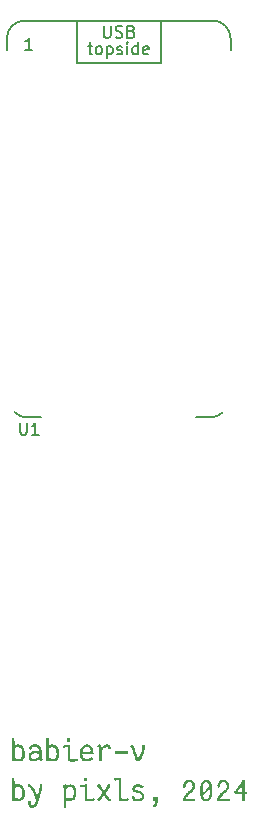
<source format=gbr>
%TF.GenerationSoftware,KiCad,Pcbnew,8.0.4*%
%TF.CreationDate,2024-12-12T17:25:20-05:00*%
%TF.ProjectId,babier-v,62616269-6572-42d7-962e-6b696361645f,rev?*%
%TF.SameCoordinates,Original*%
%TF.FileFunction,Legend,Top*%
%TF.FilePolarity,Positive*%
%FSLAX46Y46*%
G04 Gerber Fmt 4.6, Leading zero omitted, Abs format (unit mm)*
G04 Created by KiCad (PCBNEW 8.0.4) date 2024-12-12 17:25:20*
%MOMM*%
%LPD*%
G01*
G04 APERTURE LIST*
%ADD10C,0.100000*%
%ADD11C,0.150000*%
G04 APERTURE END LIST*
D10*
G36*
X126019803Y-89375478D02*
G01*
X126025813Y-89473812D01*
X126028733Y-89578947D01*
X126029038Y-89627857D01*
X126029038Y-89904340D01*
X126097915Y-89854514D01*
X126173630Y-89822274D01*
X126271479Y-89806071D01*
X126291355Y-89805666D01*
X126400826Y-89812569D01*
X126499530Y-89833280D01*
X126614385Y-89882373D01*
X126710098Y-89956012D01*
X126786668Y-90054198D01*
X126831533Y-90143946D01*
X126865631Y-90247501D01*
X126888961Y-90364863D01*
X126901523Y-90496033D01*
X126903916Y-90591151D01*
X126899726Y-90695313D01*
X126885729Y-90799318D01*
X126874118Y-90851513D01*
X126842395Y-90948192D01*
X126794918Y-91040570D01*
X126783749Y-91057654D01*
X126717381Y-91132444D01*
X126632766Y-91189202D01*
X126620106Y-91195407D01*
X126523762Y-91228466D01*
X126421741Y-91242587D01*
X126379282Y-91243768D01*
X126278441Y-91235921D01*
X126175577Y-91208337D01*
X126083918Y-91160891D01*
X126029038Y-91118227D01*
X126018595Y-91218591D01*
X126013895Y-91251095D01*
X125787238Y-91224717D01*
X125800891Y-91117374D01*
X125809487Y-91013943D01*
X125813026Y-90914423D01*
X125813127Y-90894989D01*
X125813127Y-90861283D01*
X125813066Y-90760075D01*
X125812940Y-90662250D01*
X125812746Y-90545637D01*
X125812531Y-90434109D01*
X125812325Y-90335492D01*
X125812151Y-90256049D01*
X125812080Y-90190592D01*
X126029038Y-90190592D01*
X126029038Y-90805596D01*
X126086283Y-90891211D01*
X126153974Y-90965965D01*
X126175584Y-90982916D01*
X126267377Y-91020269D01*
X126370920Y-91030741D01*
X126379282Y-91030788D01*
X126483045Y-91016704D01*
X126570171Y-90969214D01*
X126617663Y-90911597D01*
X126657990Y-90816782D01*
X126678533Y-90720057D01*
X126687387Y-90619613D01*
X126688494Y-90564284D01*
X126682586Y-90436400D01*
X126664863Y-90325567D01*
X126635325Y-90231785D01*
X126581787Y-90138537D01*
X126509788Y-90071930D01*
X126419328Y-90031967D01*
X126310406Y-90018645D01*
X126264488Y-90024507D01*
X126224432Y-90035254D01*
X126183888Y-90055282D01*
X126150183Y-90076287D01*
X126115012Y-90105596D01*
X126085703Y-90132463D01*
X126054928Y-90163726D01*
X126029038Y-90190592D01*
X125812080Y-90190592D01*
X125812036Y-90150552D01*
X125811937Y-90052412D01*
X125811834Y-89940084D01*
X125811756Y-89839253D01*
X125811693Y-89733431D01*
X125811663Y-89630896D01*
X125811662Y-89618087D01*
X125809238Y-89514419D01*
X125802826Y-89406953D01*
X125793630Y-89299465D01*
X125791146Y-89274193D01*
X126009499Y-89274193D01*
X126019803Y-89375478D01*
G37*
G36*
X127874144Y-89812655D02*
G01*
X127981099Y-89837758D01*
X128075781Y-89881119D01*
X128158190Y-89942737D01*
X128167629Y-89951723D01*
X128233238Y-90030400D01*
X128280102Y-90120373D01*
X128308221Y-90221642D01*
X128317447Y-90319519D01*
X128317594Y-90334207D01*
X128317594Y-90793384D01*
X128319672Y-90897445D01*
X128335179Y-90995128D01*
X128360580Y-91020530D01*
X128404544Y-91054235D01*
X128444111Y-91084033D01*
X128329806Y-91249629D01*
X128287796Y-91218855D01*
X128241878Y-91183195D01*
X128206219Y-91145582D01*
X128171048Y-91089895D01*
X128151509Y-91017599D01*
X128079321Y-91083787D01*
X128061139Y-91098687D01*
X127979453Y-91154476D01*
X127956114Y-91168541D01*
X127864331Y-91209914D01*
X127810545Y-91225205D01*
X127708914Y-91240704D01*
X127633225Y-91243768D01*
X127529288Y-91231508D01*
X127435465Y-91194728D01*
X127351754Y-91133429D01*
X127336226Y-91118227D01*
X127271826Y-91034993D01*
X127231278Y-90942219D01*
X127214582Y-90839904D01*
X127214104Y-90818296D01*
X127215214Y-90808527D01*
X127428550Y-90808527D01*
X127443853Y-90907018D01*
X127482772Y-90972169D01*
X127566959Y-91022545D01*
X127633225Y-91030788D01*
X127732105Y-91021629D01*
X127789052Y-91007340D01*
X127883059Y-90970354D01*
X127912151Y-90954095D01*
X127990976Y-90893946D01*
X128004963Y-90880823D01*
X128067489Y-90814389D01*
X128101683Y-90764075D01*
X128101683Y-90636091D01*
X128008861Y-90590754D01*
X127908693Y-90562208D01*
X127801178Y-90550454D01*
X127778794Y-90550118D01*
X127675662Y-90560147D01*
X127577580Y-90593647D01*
X127530643Y-90621437D01*
X127460853Y-90692349D01*
X127429447Y-90787210D01*
X127428550Y-90808527D01*
X127215214Y-90808527D01*
X127225298Y-90719810D01*
X127245856Y-90651234D01*
X127290232Y-90562792D01*
X127336714Y-90504689D01*
X127413185Y-90437601D01*
X127499685Y-90386631D01*
X127531620Y-90373774D01*
X127627604Y-90348730D01*
X127727113Y-90338032D01*
X127768047Y-90337138D01*
X127871331Y-90341840D01*
X127971688Y-90358369D01*
X128071572Y-90394734D01*
X128101683Y-90412365D01*
X128095539Y-90306835D01*
X128074302Y-90209519D01*
X128028792Y-90120447D01*
X128024014Y-90114389D01*
X127945187Y-90052399D01*
X127844517Y-90023227D01*
X127773421Y-90018645D01*
X127672693Y-90025309D01*
X127573639Y-90052378D01*
X127547252Y-90066028D01*
X127472984Y-90132239D01*
X127412797Y-90216583D01*
X127387517Y-90259957D01*
X127208731Y-90146140D01*
X127258740Y-90060686D01*
X127321277Y-89980388D01*
X127398556Y-89910836D01*
X127440273Y-89883823D01*
X127531292Y-89842607D01*
X127633378Y-89816657D01*
X127734718Y-89806353D01*
X127770490Y-89805666D01*
X127874144Y-89812655D01*
G37*
G36*
X128915546Y-89375478D02*
G01*
X128921557Y-89473812D01*
X128924476Y-89578947D01*
X128924781Y-89627857D01*
X128924781Y-89904340D01*
X128993658Y-89854514D01*
X129069373Y-89822274D01*
X129167222Y-89806071D01*
X129187098Y-89805666D01*
X129296570Y-89812569D01*
X129395273Y-89833280D01*
X129510128Y-89882373D01*
X129605841Y-89956012D01*
X129682411Y-90054198D01*
X129727277Y-90143946D01*
X129761374Y-90247501D01*
X129784704Y-90364863D01*
X129797266Y-90496033D01*
X129799659Y-90591151D01*
X129795469Y-90695313D01*
X129781472Y-90799318D01*
X129769862Y-90851513D01*
X129738139Y-90948192D01*
X129690662Y-91040570D01*
X129679492Y-91057654D01*
X129613124Y-91132444D01*
X129528510Y-91189202D01*
X129515849Y-91195407D01*
X129419505Y-91228466D01*
X129317484Y-91242587D01*
X129275026Y-91243768D01*
X129174184Y-91235921D01*
X129071320Y-91208337D01*
X128979662Y-91160891D01*
X128924781Y-91118227D01*
X128914338Y-91218591D01*
X128909638Y-91251095D01*
X128682981Y-91224717D01*
X128696634Y-91117374D01*
X128705230Y-91013943D01*
X128708770Y-90914423D01*
X128708871Y-90894989D01*
X128708871Y-90861283D01*
X128708810Y-90760075D01*
X128708684Y-90662250D01*
X128708489Y-90545637D01*
X128708274Y-90434109D01*
X128708068Y-90335492D01*
X128707894Y-90256049D01*
X128707823Y-90190592D01*
X128924781Y-90190592D01*
X128924781Y-90805596D01*
X128982026Y-90891211D01*
X129049717Y-90965965D01*
X129071327Y-90982916D01*
X129163120Y-91020269D01*
X129266664Y-91030741D01*
X129275026Y-91030788D01*
X129378788Y-91016704D01*
X129465914Y-90969214D01*
X129513407Y-90911597D01*
X129553733Y-90816782D01*
X129574277Y-90720057D01*
X129583130Y-90619613D01*
X129584237Y-90564284D01*
X129578329Y-90436400D01*
X129560607Y-90325567D01*
X129531068Y-90231785D01*
X129477531Y-90138537D01*
X129405531Y-90071930D01*
X129315071Y-90031967D01*
X129206149Y-90018645D01*
X129160231Y-90024507D01*
X129120176Y-90035254D01*
X129079631Y-90055282D01*
X129045926Y-90076287D01*
X129010755Y-90105596D01*
X128981446Y-90132463D01*
X128950671Y-90163726D01*
X128924781Y-90190592D01*
X128707823Y-90190592D01*
X128707779Y-90150552D01*
X128707680Y-90052412D01*
X128707577Y-89940084D01*
X128707499Y-89839253D01*
X128707436Y-89733431D01*
X128707406Y-89630896D01*
X128707405Y-89618087D01*
X128704981Y-89514419D01*
X128698570Y-89406953D01*
X128689373Y-89299465D01*
X128686889Y-89274193D01*
X128905242Y-89274193D01*
X128915546Y-89375478D01*
G37*
G36*
X130432737Y-89274193D02*
G01*
X130755626Y-89274193D01*
X130755626Y-89586824D01*
X130432737Y-89586824D01*
X130432737Y-89274193D01*
G37*
G36*
X130575863Y-89842791D02*
G01*
X130735109Y-89842791D01*
X130736575Y-90944326D01*
X130771837Y-91036596D01*
X130781515Y-91042511D01*
X130880617Y-91060830D01*
X130930015Y-91062051D01*
X131031302Y-91056577D01*
X131133662Y-91040155D01*
X131147391Y-91037138D01*
X131240771Y-91008065D01*
X131323246Y-90962400D01*
X131416547Y-91125554D01*
X131334201Y-91183270D01*
X131241160Y-91224640D01*
X131201125Y-91237417D01*
X131101382Y-91260338D01*
X130999991Y-91272680D01*
X130931481Y-91275031D01*
X130824453Y-91269879D01*
X130726777Y-91252310D01*
X130650113Y-91222274D01*
X130572123Y-91152367D01*
X130532253Y-91059441D01*
X130522130Y-90962888D01*
X130522130Y-90055770D01*
X130418081Y-90059287D01*
X130317509Y-90069835D01*
X130220416Y-90087416D01*
X130167977Y-90100222D01*
X130127922Y-89902386D01*
X130234340Y-89879165D01*
X130336038Y-89861647D01*
X130446481Y-89848610D01*
X130550758Y-89843023D01*
X130575863Y-89842791D01*
G37*
G36*
X132252224Y-89813481D02*
G01*
X132344181Y-89836929D01*
X132433122Y-89877509D01*
X132489261Y-89916552D01*
X132559025Y-89988429D01*
X132590867Y-90033300D01*
X132639733Y-90122438D01*
X132658278Y-90168122D01*
X132686131Y-90263184D01*
X132695891Y-90309294D01*
X132711405Y-90405825D01*
X132714453Y-90437278D01*
X132718845Y-90537172D01*
X132718850Y-90540348D01*
X132717384Y-90601409D01*
X132604766Y-90609004D01*
X132497171Y-90615852D01*
X132394599Y-90621952D01*
X132265650Y-90628925D01*
X132145631Y-90634569D01*
X132034543Y-90638885D01*
X131932384Y-90641873D01*
X131817244Y-90643741D01*
X131775095Y-90643907D01*
X131784827Y-90743675D01*
X131818012Y-90839865D01*
X131874746Y-90921855D01*
X131954974Y-90983875D01*
X132048244Y-91017916D01*
X132148747Y-91030362D01*
X132173211Y-91030788D01*
X132273601Y-91021920D01*
X132372605Y-90989648D01*
X132395961Y-90977054D01*
X132477171Y-90919047D01*
X132539087Y-90852490D01*
X132707615Y-90998059D01*
X132660231Y-91049350D01*
X132588913Y-91109922D01*
X132505383Y-91164829D01*
X132482423Y-91176356D01*
X132390380Y-91209952D01*
X132345158Y-91222274D01*
X132247219Y-91239654D01*
X132167838Y-91243768D01*
X132061077Y-91236812D01*
X131964277Y-91215947D01*
X131863932Y-91174022D01*
X131777145Y-91113164D01*
X131713546Y-91045931D01*
X131652828Y-90952502D01*
X131612654Y-90861815D01*
X131583437Y-90761340D01*
X131565176Y-90651075D01*
X131558328Y-90551711D01*
X131557719Y-90510062D01*
X131561555Y-90430927D01*
X131775095Y-90430927D01*
X131882280Y-90430370D01*
X131984747Y-90428699D01*
X132082498Y-90425913D01*
X132198053Y-90420863D01*
X132306238Y-90414073D01*
X132407052Y-90405541D01*
X132500497Y-90395268D01*
X132482388Y-90294623D01*
X132444618Y-90199671D01*
X132388145Y-90121227D01*
X132310178Y-90058716D01*
X132210985Y-90023554D01*
X132151229Y-90018645D01*
X132052034Y-90030428D01*
X131957796Y-90070608D01*
X131879143Y-90139301D01*
X131820566Y-90228198D01*
X131785886Y-90328985D01*
X131775095Y-90430927D01*
X131561555Y-90430927D01*
X131563180Y-90397411D01*
X131579564Y-90292831D01*
X131606869Y-90196323D01*
X131652530Y-90093931D01*
X131713058Y-90002525D01*
X131787072Y-89925819D01*
X131873195Y-89867953D01*
X131971426Y-89828927D01*
X132081765Y-89808742D01*
X132150252Y-89805666D01*
X132252224Y-89813481D01*
G37*
G36*
X133407126Y-90004968D02*
G01*
X133479781Y-89931443D01*
X133564536Y-89872721D01*
X133612779Y-89850118D01*
X133713087Y-89821337D01*
X133811440Y-89808444D01*
X133890727Y-89805666D01*
X133991178Y-89817903D01*
X134079679Y-89863918D01*
X134117873Y-89909225D01*
X134156868Y-90000747D01*
X134175615Y-90098740D01*
X134181802Y-90203819D01*
X134181864Y-90216482D01*
X133967419Y-90216482D01*
X133965954Y-90171053D01*
X133964000Y-90127578D01*
X133960092Y-90091918D01*
X133948857Y-90060167D01*
X133928829Y-90039162D01*
X133897077Y-90023042D01*
X133852137Y-90018645D01*
X133753936Y-90029865D01*
X133740762Y-90033300D01*
X133650022Y-90071154D01*
X133627433Y-90084102D01*
X133548764Y-90150069D01*
X133508731Y-90198897D01*
X133453044Y-90285969D01*
X133407523Y-90377585D01*
X133401264Y-90391848D01*
X133401264Y-91243768D01*
X133187308Y-91243768D01*
X133187308Y-90162260D01*
X133185842Y-90138324D01*
X133179003Y-90115366D01*
X133169722Y-90094849D01*
X133156044Y-90073844D01*
X133140901Y-90055282D01*
X133121362Y-90034765D01*
X133099380Y-90015226D01*
X133073979Y-89992756D01*
X133047112Y-89969308D01*
X133189750Y-89776356D01*
X133230294Y-89807620D01*
X133273770Y-89840837D01*
X133309917Y-89872100D01*
X133348019Y-89910690D01*
X133377817Y-89952700D01*
X133407126Y-90004968D01*
G37*
G36*
X134555556Y-90405526D02*
G01*
X135636575Y-90405526D01*
X135636575Y-90618506D01*
X134555556Y-90618506D01*
X134555556Y-90405526D01*
G37*
G36*
X136004405Y-89789546D02*
G01*
X136069114Y-89865847D01*
X136104056Y-89918994D01*
X136145529Y-90007481D01*
X136166582Y-90064075D01*
X136203145Y-90161799D01*
X136237293Y-90253436D01*
X136264279Y-90325903D01*
X136303462Y-90432055D01*
X136339372Y-90531241D01*
X136372010Y-90623461D01*
X136405303Y-90720326D01*
X136416686Y-90754305D01*
X136448524Y-90854015D01*
X136474651Y-90950405D01*
X136482632Y-90995128D01*
X136546929Y-90911200D01*
X136600484Y-90826694D01*
X136651515Y-90731855D01*
X136693246Y-90642342D01*
X136720036Y-90578450D01*
X136756249Y-90481936D01*
X136789555Y-90374024D01*
X136813230Y-90271162D01*
X136827275Y-90173348D01*
X136831411Y-90106573D01*
X136832825Y-90005662D01*
X136832876Y-89971751D01*
X136832015Y-89871198D01*
X136830434Y-89836929D01*
X137039017Y-89836929D01*
X137044547Y-89940055D01*
X137045749Y-90050374D01*
X137045856Y-90105107D01*
X137039371Y-90213536D01*
X137024511Y-90310680D01*
X137001063Y-90411705D01*
X136969029Y-90516611D01*
X136928409Y-90625399D01*
X136920804Y-90643907D01*
X136881312Y-90734370D01*
X136831624Y-90836723D01*
X136779429Y-90932310D01*
X136724726Y-91021130D01*
X136667516Y-91103184D01*
X136637970Y-91141674D01*
X136562026Y-91205406D01*
X136508033Y-91225694D01*
X136410937Y-91239796D01*
X136306752Y-91243750D01*
X136298473Y-91243768D01*
X136285736Y-91138762D01*
X136261663Y-91034036D01*
X136231095Y-90923807D01*
X136198616Y-90817518D01*
X136168047Y-90723042D01*
X136135914Y-90626619D01*
X136097078Y-90512424D01*
X136059722Y-90405265D01*
X136023844Y-90305142D01*
X135989445Y-90212055D01*
X135950118Y-90109639D01*
X135937482Y-90077752D01*
X135891076Y-90001060D01*
X135829202Y-89923023D01*
X135827573Y-89921437D01*
X136004405Y-89789546D01*
G37*
G36*
X126019803Y-92735478D02*
G01*
X126025813Y-92833812D01*
X126028733Y-92938947D01*
X126029038Y-92987857D01*
X126029038Y-93264340D01*
X126097915Y-93214514D01*
X126173630Y-93182274D01*
X126271479Y-93166071D01*
X126291355Y-93165666D01*
X126400826Y-93172569D01*
X126499530Y-93193280D01*
X126614385Y-93242373D01*
X126710098Y-93316012D01*
X126786668Y-93414198D01*
X126831533Y-93503946D01*
X126865631Y-93607501D01*
X126888961Y-93724863D01*
X126901523Y-93856033D01*
X126903916Y-93951151D01*
X126899726Y-94055313D01*
X126885729Y-94159318D01*
X126874118Y-94211513D01*
X126842395Y-94308192D01*
X126794918Y-94400570D01*
X126783749Y-94417654D01*
X126717381Y-94492444D01*
X126632766Y-94549202D01*
X126620106Y-94555407D01*
X126523762Y-94588466D01*
X126421741Y-94602587D01*
X126379282Y-94603768D01*
X126278441Y-94595921D01*
X126175577Y-94568337D01*
X126083918Y-94520891D01*
X126029038Y-94478227D01*
X126018595Y-94578591D01*
X126013895Y-94611095D01*
X125787238Y-94584717D01*
X125800891Y-94477374D01*
X125809487Y-94373943D01*
X125813026Y-94274423D01*
X125813127Y-94254989D01*
X125813127Y-94221283D01*
X125813066Y-94120075D01*
X125812940Y-94022250D01*
X125812746Y-93905637D01*
X125812531Y-93794109D01*
X125812325Y-93695492D01*
X125812151Y-93616049D01*
X125812080Y-93550592D01*
X126029038Y-93550592D01*
X126029038Y-94165596D01*
X126086283Y-94251211D01*
X126153974Y-94325965D01*
X126175584Y-94342916D01*
X126267377Y-94380269D01*
X126370920Y-94390741D01*
X126379282Y-94390788D01*
X126483045Y-94376704D01*
X126570171Y-94329214D01*
X126617663Y-94271597D01*
X126657990Y-94176782D01*
X126678533Y-94080057D01*
X126687387Y-93979613D01*
X126688494Y-93924284D01*
X126682586Y-93796400D01*
X126664863Y-93685567D01*
X126635325Y-93591785D01*
X126581787Y-93498537D01*
X126509788Y-93431930D01*
X126419328Y-93391967D01*
X126310406Y-93378645D01*
X126264488Y-93384507D01*
X126224432Y-93395254D01*
X126183888Y-93415282D01*
X126150183Y-93436287D01*
X126115012Y-93465596D01*
X126085703Y-93492463D01*
X126054928Y-93523726D01*
X126029038Y-93550592D01*
X125812080Y-93550592D01*
X125812036Y-93510552D01*
X125811937Y-93412412D01*
X125811834Y-93300084D01*
X125811756Y-93199253D01*
X125811693Y-93093431D01*
X125811663Y-92990896D01*
X125811662Y-92978087D01*
X125809238Y-92874419D01*
X125802826Y-92766953D01*
X125793630Y-92659465D01*
X125791146Y-92634193D01*
X126009499Y-92634193D01*
X126019803Y-92735478D01*
G37*
G36*
X127568745Y-94953523D02*
G01*
X127614174Y-94944731D01*
X127655696Y-94917375D01*
X127692332Y-94879762D01*
X127725061Y-94827982D01*
X127753393Y-94772295D01*
X127780259Y-94709280D01*
X127802241Y-94648708D01*
X127822758Y-94587159D01*
X127840832Y-94533426D01*
X127810784Y-94425764D01*
X127780725Y-94323209D01*
X127750654Y-94225760D01*
X127705527Y-94089160D01*
X127660374Y-93964050D01*
X127615196Y-93850428D01*
X127569991Y-93748295D01*
X127524761Y-93657652D01*
X127464414Y-93554665D01*
X127404021Y-93472104D01*
X127358696Y-93423586D01*
X127266972Y-93383034D01*
X127207266Y-93378645D01*
X127207266Y-93165666D01*
X127307273Y-93170715D01*
X127360162Y-93177389D01*
X127465154Y-93227255D01*
X127537419Y-93297994D01*
X127611501Y-93398729D01*
X127668254Y-93493965D01*
X127726030Y-93606074D01*
X127784827Y-93735055D01*
X127824593Y-93830417D01*
X127864813Y-93933277D01*
X127905487Y-94043637D01*
X127946615Y-94161496D01*
X127967349Y-94223237D01*
X127996899Y-94128309D01*
X128024731Y-94030736D01*
X128050846Y-93930518D01*
X128075244Y-93827655D01*
X128097924Y-93722148D01*
X128105102Y-93686391D01*
X128124817Y-93580569D01*
X128141098Y-93478525D01*
X128153943Y-93380260D01*
X128164589Y-93270391D01*
X128170559Y-93165666D01*
X128387447Y-93165666D01*
X128384303Y-93266917D01*
X128373884Y-93370728D01*
X128368396Y-93406489D01*
X128342636Y-93544677D01*
X128314266Y-93681903D01*
X128283285Y-93818168D01*
X128249694Y-93953471D01*
X128213493Y-94087812D01*
X128174681Y-94221192D01*
X128133259Y-94353609D01*
X128089227Y-94485065D01*
X128042584Y-94615560D01*
X127993331Y-94745093D01*
X127959045Y-94830913D01*
X127918325Y-94924203D01*
X127866922Y-95010292D01*
X127808592Y-95079064D01*
X127726534Y-95135677D01*
X127626417Y-95163429D01*
X127574118Y-95166503D01*
X127461819Y-95153468D01*
X127368554Y-95114363D01*
X127294322Y-95049188D01*
X127239124Y-94957943D01*
X127202960Y-94840627D01*
X127187733Y-94728005D01*
X127184307Y-94632588D01*
X127398264Y-94632588D01*
X127402271Y-94735657D01*
X127419461Y-94836412D01*
X127439296Y-94884158D01*
X127518322Y-94946749D01*
X127568745Y-94953523D01*
G37*
G36*
X130389253Y-93293956D02*
G01*
X130391704Y-93328331D01*
X130476089Y-93267645D01*
X130571526Y-93226820D01*
X130678013Y-93205855D01*
X130741948Y-93202791D01*
X130852948Y-93211112D01*
X130950438Y-93236076D01*
X131045311Y-93284986D01*
X131122538Y-93355633D01*
X131139087Y-93376691D01*
X131195080Y-93470939D01*
X131230950Y-93565777D01*
X131254572Y-93672162D01*
X131265071Y-93772540D01*
X131267070Y-93844172D01*
X131261622Y-93979920D01*
X131245277Y-94102316D01*
X131218036Y-94211359D01*
X131179898Y-94307051D01*
X131112098Y-94413869D01*
X131024926Y-94496949D01*
X130918383Y-94556293D01*
X130792468Y-94591899D01*
X130685320Y-94603026D01*
X130647182Y-94603768D01*
X130598822Y-94603768D01*
X130559255Y-94601325D01*
X130522618Y-94591555D01*
X130493309Y-94581297D01*
X130464977Y-94567620D01*
X130440064Y-94553942D01*
X130414663Y-94537333D01*
X130391704Y-94521213D01*
X130391704Y-94814305D01*
X130394301Y-94914766D01*
X130400291Y-95013019D01*
X130408534Y-95112487D01*
X130413686Y-95166503D01*
X130195333Y-95166503D01*
X130185029Y-95063597D01*
X130179018Y-94963639D01*
X130176099Y-94856727D01*
X130175793Y-94806978D01*
X130177189Y-93640474D01*
X130391704Y-93640474D01*
X130391704Y-94234961D01*
X130466198Y-94304082D01*
X130516756Y-94344382D01*
X130608576Y-94384262D01*
X130666233Y-94390788D01*
X130777125Y-94378087D01*
X130869222Y-94339983D01*
X130954928Y-94260728D01*
X131005675Y-94166740D01*
X131037627Y-94047350D01*
X131049656Y-93933548D01*
X131051160Y-93870550D01*
X131046763Y-93765251D01*
X131031307Y-93663066D01*
X131001082Y-93569738D01*
X130980818Y-93531053D01*
X130907938Y-93456412D01*
X130812042Y-93421287D01*
X130743414Y-93415770D01*
X130643640Y-93424553D01*
X130588075Y-93440683D01*
X130501924Y-93493594D01*
X130485982Y-93509560D01*
X130423999Y-93590328D01*
X130391704Y-93640474D01*
X130177189Y-93640474D01*
X130177259Y-93582344D01*
X130177259Y-93549127D01*
X130174199Y-93442201D01*
X130166109Y-93340687D01*
X130152962Y-93235071D01*
X130151369Y-93224284D01*
X130376561Y-93195952D01*
X130389253Y-93293956D01*
G37*
G36*
X131880608Y-92634193D02*
G01*
X132203497Y-92634193D01*
X132203497Y-92946824D01*
X131880608Y-92946824D01*
X131880608Y-92634193D01*
G37*
G36*
X132023735Y-93202791D02*
G01*
X132182981Y-93202791D01*
X132184446Y-94304326D01*
X132219709Y-94396596D01*
X132229387Y-94402511D01*
X132328489Y-94420830D01*
X132377887Y-94422051D01*
X132479174Y-94416577D01*
X132581534Y-94400155D01*
X132595263Y-94397138D01*
X132688643Y-94368065D01*
X132771118Y-94322400D01*
X132864418Y-94485554D01*
X132782072Y-94543270D01*
X132689032Y-94584640D01*
X132648996Y-94597417D01*
X132549254Y-94620338D01*
X132447862Y-94632680D01*
X132379352Y-94635031D01*
X132272324Y-94629879D01*
X132174649Y-94612310D01*
X132097984Y-94582274D01*
X132019995Y-94512367D01*
X131980125Y-94419441D01*
X131970001Y-94322888D01*
X131970001Y-93415770D01*
X131865952Y-93419287D01*
X131765381Y-93429835D01*
X131668287Y-93447416D01*
X131615849Y-93460222D01*
X131575793Y-93262386D01*
X131682212Y-93239165D01*
X131783909Y-93221647D01*
X131894353Y-93208610D01*
X131998629Y-93203023D01*
X132023735Y-93202791D01*
G37*
G36*
X134080259Y-93389392D02*
G01*
X134030640Y-93473954D01*
X133979530Y-93557750D01*
X133925945Y-93643526D01*
X133919548Y-93653663D01*
X133863618Y-93740757D01*
X133806279Y-93827196D01*
X133749045Y-93909717D01*
X133739296Y-93923307D01*
X133797926Y-94006237D01*
X133853727Y-94088624D01*
X133858487Y-94095742D01*
X133913213Y-94176892D01*
X133969072Y-94259065D01*
X133990378Y-94290160D01*
X134049271Y-94369478D01*
X134058278Y-94378087D01*
X134132527Y-94390788D01*
X134203846Y-94382483D01*
X134203846Y-94595463D01*
X134118850Y-94603768D01*
X134018696Y-94583963D01*
X133953742Y-94547592D01*
X133881934Y-94480593D01*
X133869722Y-94466503D01*
X133807656Y-94387771D01*
X133783260Y-94353663D01*
X133727504Y-94271002D01*
X133685074Y-94207117D01*
X133629710Y-94124083D01*
X133596659Y-94076691D01*
X133536747Y-94155174D01*
X133466187Y-94245540D01*
X133399254Y-94329923D01*
X133324927Y-94422558D01*
X133260142Y-94502609D01*
X133190624Y-94587941D01*
X133154091Y-94632588D01*
X132988005Y-94491416D01*
X133047845Y-94413357D01*
X133064209Y-94392253D01*
X133128227Y-94310270D01*
X133194360Y-94226290D01*
X133249345Y-94156803D01*
X133313157Y-94076732D01*
X133380343Y-93992659D01*
X133443617Y-93913739D01*
X133461836Y-93891067D01*
X133392165Y-93791400D01*
X133322065Y-93692066D01*
X133251535Y-93593067D01*
X133180576Y-93494401D01*
X133109187Y-93396070D01*
X133037369Y-93298072D01*
X133008522Y-93258966D01*
X133187308Y-93108024D01*
X133249059Y-93193878D01*
X133311669Y-93281935D01*
X133372413Y-93368051D01*
X133428908Y-93448600D01*
X133448647Y-93476831D01*
X133511148Y-93566049D01*
X133569181Y-93649022D01*
X133610336Y-93708373D01*
X133674122Y-93623953D01*
X133730626Y-93539968D01*
X133783857Y-93455217D01*
X133841520Y-93358686D01*
X133882423Y-93287787D01*
X133921098Y-93195051D01*
X133928829Y-93165666D01*
X134146205Y-93165666D01*
X134129146Y-93263989D01*
X134097610Y-93356820D01*
X134080259Y-93389392D01*
G37*
G36*
X134916547Y-92634193D02*
G01*
X135075793Y-92634193D01*
X135076068Y-92738515D01*
X135076411Y-92868918D01*
X135076759Y-93000951D01*
X135077034Y-93105273D01*
X135077343Y-93222636D01*
X135077687Y-93353039D01*
X135078064Y-93496482D01*
X135078477Y-93652965D01*
X135078923Y-93822489D01*
X135079404Y-94005052D01*
X135079919Y-94200657D01*
X135080190Y-94303349D01*
X135115452Y-94396100D01*
X135125130Y-94402023D01*
X135224232Y-94420799D01*
X135273630Y-94422051D01*
X135374917Y-94416577D01*
X135477277Y-94400155D01*
X135491006Y-94397138D01*
X135584386Y-94368065D01*
X135666861Y-94322400D01*
X135760162Y-94485065D01*
X135677816Y-94543115D01*
X135584775Y-94584628D01*
X135544739Y-94597417D01*
X135444997Y-94620338D01*
X135343606Y-94632680D01*
X135275095Y-94635031D01*
X135168067Y-94629879D01*
X135070392Y-94612310D01*
X134993728Y-94582274D01*
X134915738Y-94512367D01*
X134875868Y-94419441D01*
X134865744Y-94322888D01*
X134861836Y-92847173D01*
X134817384Y-92847173D01*
X134760231Y-92847173D01*
X134657283Y-92851791D01*
X134560643Y-92867361D01*
X134498892Y-92886252D01*
X134460301Y-92674737D01*
X134563736Y-92655138D01*
X134672027Y-92643102D01*
X134779405Y-92636727D01*
X134880819Y-92634352D01*
X134916547Y-92634193D01*
G37*
G36*
X136162674Y-93803628D02*
G01*
X136078696Y-93737682D01*
X136025822Y-93647313D01*
X136004827Y-93545097D01*
X136003428Y-93506629D01*
X136016966Y-93409103D01*
X136061721Y-93320559D01*
X136137761Y-93251639D01*
X136227263Y-93206302D01*
X136329072Y-93177756D01*
X136431223Y-93166421D01*
X136467489Y-93165666D01*
X136567253Y-93171726D01*
X136668402Y-93189909D01*
X136761557Y-93216957D01*
X136856173Y-93257771D01*
X136940036Y-93315725D01*
X136989680Y-93368387D01*
X136834342Y-93527634D01*
X136758899Y-93462203D01*
X136679492Y-93421144D01*
X136581062Y-93389270D01*
X136487028Y-93378645D01*
X136386242Y-93386051D01*
X136294077Y-93412351D01*
X136222449Y-93483036D01*
X136218850Y-93509560D01*
X136238878Y-93586252D01*
X136301404Y-93633635D01*
X136396212Y-93671916D01*
X136438668Y-93687857D01*
X136531573Y-93721256D01*
X136572513Y-93735728D01*
X136665190Y-93771029D01*
X136693169Y-93782623D01*
X136782626Y-93824006D01*
X136803079Y-93835380D01*
X136884935Y-93891933D01*
X136893448Y-93898883D01*
X136960544Y-93971871D01*
X136965744Y-93979971D01*
X137005614Y-94071926D01*
X137008731Y-94083042D01*
X137024302Y-94179854D01*
X137025340Y-94215421D01*
X137014777Y-94316864D01*
X136979159Y-94412256D01*
X136935947Y-94473342D01*
X136857430Y-94543741D01*
X136767143Y-94592212D01*
X136721502Y-94607187D01*
X136618118Y-94626221D01*
X136513987Y-94634596D01*
X136484097Y-94635031D01*
X136376957Y-94628743D01*
X136268994Y-94606158D01*
X136176480Y-94567148D01*
X136090867Y-94503628D01*
X136025930Y-94421600D01*
X135982245Y-94323342D01*
X135961256Y-94222378D01*
X135956533Y-94138241D01*
X136171955Y-94138241D01*
X136186681Y-94248827D01*
X136239575Y-94341952D01*
X136330937Y-94399601D01*
X136442435Y-94420942D01*
X136479701Y-94422051D01*
X136577314Y-94413808D01*
X136676784Y-94383354D01*
X136714663Y-94363433D01*
X136787936Y-94291992D01*
X136812360Y-94195882D01*
X136786688Y-94099123D01*
X136785005Y-94096719D01*
X136713109Y-94025119D01*
X136694146Y-94010257D01*
X136600601Y-93962874D01*
X136504183Y-93927306D01*
X136432318Y-93903768D01*
X136338529Y-93872962D01*
X136246022Y-93839866D01*
X136162674Y-93803628D01*
G37*
G36*
X137793239Y-94228610D02*
G01*
X138138110Y-94228610D01*
X138147391Y-94593998D01*
X138147391Y-94597906D01*
X138138984Y-94716602D01*
X138113760Y-94823563D01*
X138071721Y-94918789D01*
X138012867Y-95002280D01*
X137937197Y-95074036D01*
X137844711Y-95134057D01*
X137803009Y-95154779D01*
X137718989Y-94962316D01*
X137800334Y-94904556D01*
X137865535Y-94824563D01*
X137901805Y-94728087D01*
X137913470Y-94629198D01*
X137913895Y-94603768D01*
X137793239Y-94603768D01*
X137793239Y-94228610D01*
G37*
G36*
X140551718Y-93418701D02*
G01*
X140345577Y-93469504D01*
X140323710Y-93372761D01*
X140317733Y-93312700D01*
X140317245Y-93294626D01*
X140316756Y-93277529D01*
X140325671Y-93170825D01*
X140352416Y-93075906D01*
X140403815Y-92983209D01*
X140459394Y-92921423D01*
X140545428Y-92858139D01*
X140642513Y-92815566D01*
X140738089Y-92795111D01*
X140815500Y-92790509D01*
X140933996Y-92798721D01*
X141036693Y-92823359D01*
X141142845Y-92877255D01*
X141224311Y-92956815D01*
X141281090Y-93062040D01*
X141308740Y-93164698D01*
X141320589Y-93283782D01*
X141321083Y-93316119D01*
X141307405Y-93425693D01*
X141272998Y-93523423D01*
X141217646Y-93622883D01*
X141153532Y-93709510D01*
X141102241Y-93767968D01*
X141028883Y-93836955D01*
X140950528Y-93905964D01*
X140899031Y-93950174D01*
X140823022Y-94015518D01*
X140746074Y-94084049D01*
X140682144Y-94144591D01*
X140616662Y-94220033D01*
X140580050Y-94278925D01*
X140545446Y-94373311D01*
X140543414Y-94390788D01*
X141346973Y-94390788D01*
X141346973Y-94603768D01*
X140304056Y-94603768D01*
X140302590Y-94538799D01*
X140301613Y-94471388D01*
X140307525Y-94373796D01*
X140309917Y-94358548D01*
X140338585Y-94256393D01*
X140387465Y-94156559D01*
X140446813Y-94071107D01*
X140521636Y-93987432D01*
X140545856Y-93963851D01*
X140620856Y-93896719D01*
X140695658Y-93833739D01*
X140750532Y-93788973D01*
X140831971Y-93722053D01*
X140908908Y-93655081D01*
X140936156Y-93629239D01*
X141005155Y-93552180D01*
X141057789Y-93468527D01*
X141093733Y-93377113D01*
X141102241Y-93315631D01*
X141091035Y-93214299D01*
X141053903Y-93121761D01*
X141034342Y-93092881D01*
X140954801Y-93028717D01*
X140851898Y-93004274D01*
X140826247Y-93003488D01*
X140723687Y-93016871D01*
X140635958Y-93061216D01*
X140610336Y-93084577D01*
X140557910Y-93171090D01*
X140536340Y-93270696D01*
X140533644Y-93329308D01*
X140551718Y-93418701D01*
G37*
G36*
X142358646Y-92801074D02*
G01*
X142454229Y-92835843D01*
X142471955Y-92845707D01*
X142551267Y-92904190D01*
X142617885Y-92982424D01*
X142621432Y-92987857D01*
X142669939Y-93077101D01*
X142706885Y-93174340D01*
X142713756Y-93196929D01*
X142739101Y-93295433D01*
X142757191Y-93393292D01*
X142763093Y-93438241D01*
X142771948Y-93538060D01*
X142776289Y-93643038D01*
X142776770Y-93693230D01*
X142774765Y-93807276D01*
X142768748Y-93913965D01*
X142758721Y-94013295D01*
X142736160Y-94148495D01*
X142704574Y-94267140D01*
X142663963Y-94369229D01*
X142614328Y-94454764D01*
X142534109Y-94543058D01*
X142437847Y-94601920D01*
X142325541Y-94631352D01*
X142263372Y-94635031D01*
X142163795Y-94625213D01*
X142068519Y-94592906D01*
X142050880Y-94583740D01*
X141966983Y-94523900D01*
X141900915Y-94447941D01*
X141852086Y-94361630D01*
X141814259Y-94268291D01*
X141807126Y-94246684D01*
X141786592Y-94172435D01*
X142017175Y-94172435D01*
X142049352Y-94264718D01*
X142100240Y-94351386D01*
X142103637Y-94355617D01*
X142186579Y-94411087D01*
X142263372Y-94422051D01*
X142360072Y-94399985D01*
X142368885Y-94395184D01*
X142445073Y-94329806D01*
X142447042Y-94327285D01*
X142493668Y-94241002D01*
X142500776Y-94221283D01*
X142528253Y-94126303D01*
X142534970Y-94095742D01*
X142550199Y-93997819D01*
X142554509Y-93953593D01*
X142561171Y-93855559D01*
X142562813Y-93811932D01*
X142564187Y-93712647D01*
X142564279Y-93675156D01*
X142562203Y-93574650D01*
X142555975Y-93484158D01*
X142017175Y-94172435D01*
X141786592Y-94172435D01*
X141780671Y-94151027D01*
X141761632Y-94054563D01*
X141755347Y-94009769D01*
X141746175Y-93909714D01*
X141741679Y-93804822D01*
X141741424Y-93779204D01*
X141954160Y-93779204D01*
X141958312Y-93877145D01*
X141970769Y-93975575D01*
X142505172Y-93291695D01*
X142474286Y-93197542D01*
X142469024Y-93184228D01*
X142424572Y-93096301D01*
X142355207Y-93026447D01*
X142260441Y-93003488D01*
X142156353Y-93030760D01*
X142073801Y-93112573D01*
X142021458Y-93222416D01*
X141990352Y-93337561D01*
X141973303Y-93439828D01*
X141961638Y-93555731D01*
X141955357Y-93685269D01*
X141954160Y-93779204D01*
X141741424Y-93779204D01*
X141741181Y-93754779D01*
X141743111Y-93653912D01*
X141748019Y-93567201D01*
X141757905Y-93468490D01*
X141770978Y-93378645D01*
X141791244Y-93278702D01*
X141813476Y-93196929D01*
X141847634Y-93104639D01*
X141880399Y-93036705D01*
X141932851Y-92954135D01*
X141973700Y-92906768D01*
X142051999Y-92845920D01*
X142099729Y-92821772D01*
X142196052Y-92794905D01*
X142258975Y-92790509D01*
X142358646Y-92801074D01*
G37*
G36*
X143447461Y-93418701D02*
G01*
X143241320Y-93469504D01*
X143219453Y-93372761D01*
X143213476Y-93312700D01*
X143212988Y-93294626D01*
X143212499Y-93277529D01*
X143221414Y-93170825D01*
X143248159Y-93075906D01*
X143299559Y-92983209D01*
X143355137Y-92921423D01*
X143441171Y-92858139D01*
X143538256Y-92815566D01*
X143633832Y-92795111D01*
X143711243Y-92790509D01*
X143829739Y-92798721D01*
X143932436Y-92823359D01*
X144038588Y-92877255D01*
X144120054Y-92956815D01*
X144176834Y-93062040D01*
X144204483Y-93164698D01*
X144216332Y-93283782D01*
X144216826Y-93316119D01*
X144203148Y-93425693D01*
X144168741Y-93523423D01*
X144113389Y-93622883D01*
X144049275Y-93709510D01*
X143997984Y-93767968D01*
X143924626Y-93836955D01*
X143846271Y-93905964D01*
X143794774Y-93950174D01*
X143718765Y-94015518D01*
X143641817Y-94084049D01*
X143577887Y-94144591D01*
X143512405Y-94220033D01*
X143475793Y-94278925D01*
X143441189Y-94373311D01*
X143439157Y-94390788D01*
X144242716Y-94390788D01*
X144242716Y-94603768D01*
X143199799Y-94603768D01*
X143198333Y-94538799D01*
X143197356Y-94471388D01*
X143203268Y-94373796D01*
X143205661Y-94358548D01*
X143234329Y-94256393D01*
X143283208Y-94156559D01*
X143342556Y-94071107D01*
X143417379Y-93987432D01*
X143441599Y-93963851D01*
X143516599Y-93896719D01*
X143591401Y-93833739D01*
X143646275Y-93788973D01*
X143727714Y-93722053D01*
X143804651Y-93655081D01*
X143831899Y-93629239D01*
X143900898Y-93552180D01*
X143953532Y-93468527D01*
X143989476Y-93377113D01*
X143997984Y-93315631D01*
X143986778Y-93214299D01*
X143949646Y-93121761D01*
X143930085Y-93092881D01*
X143850544Y-93028717D01*
X143747641Y-93004274D01*
X143721990Y-93003488D01*
X143619430Y-93016871D01*
X143531701Y-93061216D01*
X143506079Y-93084577D01*
X143453653Y-93171090D01*
X143432083Y-93270696D01*
X143429387Y-93329308D01*
X143447461Y-93418701D01*
G37*
G36*
X145526945Y-93822190D02*
G01*
X145702800Y-93822190D01*
X145702800Y-94035170D01*
X145526945Y-94035170D01*
X145526945Y-94603768D01*
X145312988Y-94603768D01*
X145312988Y-94035170D01*
X144671118Y-94035170D01*
X144588564Y-93853942D01*
X144613837Y-93822190D01*
X144875793Y-93822190D01*
X145312988Y-93822190D01*
X145312988Y-93240404D01*
X145262241Y-93324477D01*
X145206535Y-93407647D01*
X145149038Y-93487545D01*
X145109289Y-93540334D01*
X145045237Y-93622613D01*
X144977703Y-93705762D01*
X144908284Y-93786458D01*
X144875793Y-93822190D01*
X144613837Y-93822190D01*
X144651972Y-93774279D01*
X144676003Y-93744033D01*
X144739796Y-93662814D01*
X144800928Y-93583416D01*
X144852834Y-93514933D01*
X144912569Y-93435058D01*
X144973925Y-93351748D01*
X145036904Y-93265004D01*
X145049694Y-93247243D01*
X145110755Y-93159602D01*
X145165709Y-93075586D01*
X145219107Y-92987356D01*
X145223595Y-92979553D01*
X145271142Y-92888025D01*
X145302638Y-92794568D01*
X145303218Y-92790509D01*
X145526945Y-92790509D01*
X145526945Y-93822190D01*
G37*
D11*
X126494290Y-62577965D02*
X126494290Y-63387488D01*
X126494290Y-63387488D02*
X126541909Y-63482726D01*
X126541909Y-63482726D02*
X126589528Y-63530346D01*
X126589528Y-63530346D02*
X126684766Y-63577965D01*
X126684766Y-63577965D02*
X126875242Y-63577965D01*
X126875242Y-63577965D02*
X126970480Y-63530346D01*
X126970480Y-63530346D02*
X127018099Y-63482726D01*
X127018099Y-63482726D02*
X127065718Y-63387488D01*
X127065718Y-63387488D02*
X127065718Y-62577965D01*
X128065718Y-63577965D02*
X127494290Y-63577965D01*
X127780004Y-63577965D02*
X127780004Y-62577965D01*
X127780004Y-62577965D02*
X127684766Y-62720822D01*
X127684766Y-62720822D02*
X127589528Y-62816060D01*
X127589528Y-62816060D02*
X127494290Y-62863679D01*
X127520590Y-31002964D02*
X126949162Y-31002964D01*
X127234876Y-31002964D02*
X127234876Y-30002964D01*
X127234876Y-30002964D02*
X127139638Y-30145821D01*
X127139638Y-30145821D02*
X127044400Y-30241059D01*
X127044400Y-30241059D02*
X126949162Y-30288678D01*
X127520590Y-31002964D02*
X126949162Y-31002964D01*
X127234876Y-31002964D02*
X127234876Y-30002964D01*
X127234876Y-30002964D02*
X127139638Y-30145821D01*
X127139638Y-30145821D02*
X127044400Y-30241059D01*
X127044400Y-30241059D02*
X126949162Y-30288678D01*
X132235832Y-30706295D02*
X132616784Y-30706295D01*
X132378689Y-30372962D02*
X132378689Y-31230104D01*
X132378689Y-31230104D02*
X132426308Y-31325343D01*
X132426308Y-31325343D02*
X132521546Y-31372962D01*
X132521546Y-31372962D02*
X132616784Y-31372962D01*
X133092975Y-31372962D02*
X132997737Y-31325343D01*
X132997737Y-31325343D02*
X132950118Y-31277723D01*
X132950118Y-31277723D02*
X132902499Y-31182485D01*
X132902499Y-31182485D02*
X132902499Y-30896771D01*
X132902499Y-30896771D02*
X132950118Y-30801533D01*
X132950118Y-30801533D02*
X132997737Y-30753914D01*
X132997737Y-30753914D02*
X133092975Y-30706295D01*
X133092975Y-30706295D02*
X133235832Y-30706295D01*
X133235832Y-30706295D02*
X133331070Y-30753914D01*
X133331070Y-30753914D02*
X133378689Y-30801533D01*
X133378689Y-30801533D02*
X133426308Y-30896771D01*
X133426308Y-30896771D02*
X133426308Y-31182485D01*
X133426308Y-31182485D02*
X133378689Y-31277723D01*
X133378689Y-31277723D02*
X133331070Y-31325343D01*
X133331070Y-31325343D02*
X133235832Y-31372962D01*
X133235832Y-31372962D02*
X133092975Y-31372962D01*
X133854880Y-30706295D02*
X133854880Y-31706295D01*
X133854880Y-30753914D02*
X133950118Y-30706295D01*
X133950118Y-30706295D02*
X134140594Y-30706295D01*
X134140594Y-30706295D02*
X134235832Y-30753914D01*
X134235832Y-30753914D02*
X134283451Y-30801533D01*
X134283451Y-30801533D02*
X134331070Y-30896771D01*
X134331070Y-30896771D02*
X134331070Y-31182485D01*
X134331070Y-31182485D02*
X134283451Y-31277723D01*
X134283451Y-31277723D02*
X134235832Y-31325343D01*
X134235832Y-31325343D02*
X134140594Y-31372962D01*
X134140594Y-31372962D02*
X133950118Y-31372962D01*
X133950118Y-31372962D02*
X133854880Y-31325343D01*
X134712023Y-31325343D02*
X134807261Y-31372962D01*
X134807261Y-31372962D02*
X134997737Y-31372962D01*
X134997737Y-31372962D02*
X135092975Y-31325343D01*
X135092975Y-31325343D02*
X135140594Y-31230104D01*
X135140594Y-31230104D02*
X135140594Y-31182485D01*
X135140594Y-31182485D02*
X135092975Y-31087247D01*
X135092975Y-31087247D02*
X134997737Y-31039628D01*
X134997737Y-31039628D02*
X134854880Y-31039628D01*
X134854880Y-31039628D02*
X134759642Y-30992009D01*
X134759642Y-30992009D02*
X134712023Y-30896771D01*
X134712023Y-30896771D02*
X134712023Y-30849152D01*
X134712023Y-30849152D02*
X134759642Y-30753914D01*
X134759642Y-30753914D02*
X134854880Y-30706295D01*
X134854880Y-30706295D02*
X134997737Y-30706295D01*
X134997737Y-30706295D02*
X135092975Y-30753914D01*
X135569166Y-31372962D02*
X135569166Y-30706295D01*
X135569166Y-30372962D02*
X135521547Y-30420581D01*
X135521547Y-30420581D02*
X135569166Y-30468200D01*
X135569166Y-30468200D02*
X135616785Y-30420581D01*
X135616785Y-30420581D02*
X135569166Y-30372962D01*
X135569166Y-30372962D02*
X135569166Y-30468200D01*
X136473927Y-31372962D02*
X136473927Y-30372962D01*
X136473927Y-31325343D02*
X136378689Y-31372962D01*
X136378689Y-31372962D02*
X136188213Y-31372962D01*
X136188213Y-31372962D02*
X136092975Y-31325343D01*
X136092975Y-31325343D02*
X136045356Y-31277723D01*
X136045356Y-31277723D02*
X135997737Y-31182485D01*
X135997737Y-31182485D02*
X135997737Y-30896771D01*
X135997737Y-30896771D02*
X136045356Y-30801533D01*
X136045356Y-30801533D02*
X136092975Y-30753914D01*
X136092975Y-30753914D02*
X136188213Y-30706295D01*
X136188213Y-30706295D02*
X136378689Y-30706295D01*
X136378689Y-30706295D02*
X136473927Y-30753914D01*
X137331070Y-31325343D02*
X137235832Y-31372962D01*
X137235832Y-31372962D02*
X137045356Y-31372962D01*
X137045356Y-31372962D02*
X136950118Y-31325343D01*
X136950118Y-31325343D02*
X136902499Y-31230104D01*
X136902499Y-31230104D02*
X136902499Y-30849152D01*
X136902499Y-30849152D02*
X136950118Y-30753914D01*
X136950118Y-30753914D02*
X137045356Y-30706295D01*
X137045356Y-30706295D02*
X137235832Y-30706295D01*
X137235832Y-30706295D02*
X137331070Y-30753914D01*
X137331070Y-30753914D02*
X137378689Y-30849152D01*
X137378689Y-30849152D02*
X137378689Y-30944390D01*
X137378689Y-30944390D02*
X136902499Y-31039628D01*
X127520590Y-31002964D02*
X126949162Y-31002964D01*
X127234876Y-31002964D02*
X127234876Y-30002964D01*
X127234876Y-30002964D02*
X127139638Y-30145821D01*
X127139638Y-30145821D02*
X127044400Y-30241059D01*
X127044400Y-30241059D02*
X126949162Y-30288678D01*
X133592975Y-28972962D02*
X133592975Y-29782485D01*
X133592975Y-29782485D02*
X133640594Y-29877723D01*
X133640594Y-29877723D02*
X133688213Y-29925343D01*
X133688213Y-29925343D02*
X133783451Y-29972962D01*
X133783451Y-29972962D02*
X133973927Y-29972962D01*
X133973927Y-29972962D02*
X134069165Y-29925343D01*
X134069165Y-29925343D02*
X134116784Y-29877723D01*
X134116784Y-29877723D02*
X134164403Y-29782485D01*
X134164403Y-29782485D02*
X134164403Y-28972962D01*
X134592975Y-29925343D02*
X134735832Y-29972962D01*
X134735832Y-29972962D02*
X134973927Y-29972962D01*
X134973927Y-29972962D02*
X135069165Y-29925343D01*
X135069165Y-29925343D02*
X135116784Y-29877723D01*
X135116784Y-29877723D02*
X135164403Y-29782485D01*
X135164403Y-29782485D02*
X135164403Y-29687247D01*
X135164403Y-29687247D02*
X135116784Y-29592009D01*
X135116784Y-29592009D02*
X135069165Y-29544390D01*
X135069165Y-29544390D02*
X134973927Y-29496771D01*
X134973927Y-29496771D02*
X134783451Y-29449152D01*
X134783451Y-29449152D02*
X134688213Y-29401533D01*
X134688213Y-29401533D02*
X134640594Y-29353914D01*
X134640594Y-29353914D02*
X134592975Y-29258676D01*
X134592975Y-29258676D02*
X134592975Y-29163438D01*
X134592975Y-29163438D02*
X134640594Y-29068200D01*
X134640594Y-29068200D02*
X134688213Y-29020581D01*
X134688213Y-29020581D02*
X134783451Y-28972962D01*
X134783451Y-28972962D02*
X135021546Y-28972962D01*
X135021546Y-28972962D02*
X135164403Y-29020581D01*
X135926308Y-29449152D02*
X136069165Y-29496771D01*
X136069165Y-29496771D02*
X136116784Y-29544390D01*
X136116784Y-29544390D02*
X136164403Y-29639628D01*
X136164403Y-29639628D02*
X136164403Y-29782485D01*
X136164403Y-29782485D02*
X136116784Y-29877723D01*
X136116784Y-29877723D02*
X136069165Y-29925343D01*
X136069165Y-29925343D02*
X135973927Y-29972962D01*
X135973927Y-29972962D02*
X135592975Y-29972962D01*
X135592975Y-29972962D02*
X135592975Y-28972962D01*
X135592975Y-28972962D02*
X135926308Y-28972962D01*
X135926308Y-28972962D02*
X136021546Y-29020581D01*
X136021546Y-29020581D02*
X136069165Y-29068200D01*
X136069165Y-29068200D02*
X136116784Y-29163438D01*
X136116784Y-29163438D02*
X136116784Y-29258676D01*
X136116784Y-29258676D02*
X136069165Y-29353914D01*
X136069165Y-29353914D02*
X136021546Y-29401533D01*
X136021546Y-29401533D02*
X135926308Y-29449152D01*
X135926308Y-29449152D02*
X135592975Y-29449152D01*
X127520590Y-31002964D02*
X126949162Y-31002964D01*
X127234876Y-31002964D02*
X127234876Y-30002964D01*
X127234876Y-30002964D02*
X127139638Y-30145821D01*
X127139638Y-30145821D02*
X127044400Y-30241059D01*
X127044400Y-30241059D02*
X126949162Y-30288678D01*
X127520590Y-31002964D02*
X126949162Y-31002964D01*
X127234876Y-31002964D02*
X127234876Y-30002964D01*
X127234876Y-30002964D02*
X127139638Y-30145821D01*
X127139638Y-30145821D02*
X127044400Y-30241059D01*
X127044400Y-30241059D02*
X126949162Y-30288678D01*
%TO.C,U1*%
X143685538Y-61683805D02*
G75*
G02*
X142624879Y-62123144I-1060660J1060661D01*
G01*
X142824879Y-28523143D02*
G75*
G02*
X144324881Y-30023143I1J-1500001D01*
G01*
X127084882Y-62123143D02*
G75*
G02*
X126024220Y-61683806I-4J1500002D01*
G01*
X125384880Y-30023141D02*
G75*
G02*
X126884879Y-28523141I1500001J-1D01*
G01*
X144324880Y-30023143D02*
X144324880Y-31023140D01*
X142824879Y-28523143D02*
X126884879Y-28523143D01*
X142624879Y-62123142D02*
X141424880Y-62123143D01*
X138404877Y-32103144D02*
X138404880Y-28523143D01*
X138404877Y-32103144D02*
X131304878Y-32103141D01*
X131304878Y-32103141D02*
X131304880Y-28523143D01*
X128284880Y-62123143D02*
X127084882Y-62123143D01*
X125384880Y-30023141D02*
X125384877Y-31023144D01*
%TD*%
M02*

</source>
